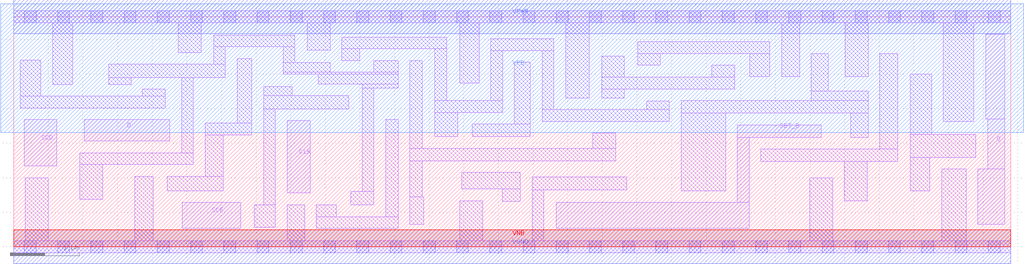
<source format=lef>
# Copyright 2020 The SkyWater PDK Authors
#
# Licensed under the Apache License, Version 2.0 (the "License");
# you may not use this file except in compliance with the License.
# You may obtain a copy of the License at
#
#     https://www.apache.org/licenses/LICENSE-2.0
#
# Unless required by applicable law or agreed to in writing, software
# distributed under the License is distributed on an "AS IS" BASIS,
# WITHOUT WARRANTIES OR CONDITIONS OF ANY KIND, either express or implied.
# See the License for the specific language governing permissions and
# limitations under the License.
#
# SPDX-License-Identifier: Apache-2.0

VERSION 5.7 ;
  NOWIREEXTENSIONATPIN ON ;
  DIVIDERCHAR "/" ;
  BUSBITCHARS "[]" ;
MACRO sky130_fd_sc_lp__sdfstp_1
  CLASS CORE ;
  FOREIGN sky130_fd_sc_lp__sdfstp_1 ;
  ORIGIN  0.000000  0.000000 ;
  SIZE  14.40000 BY  3.330000 ;
  SYMMETRY X Y R90 ;
  SITE unit ;
  PIN D
    ANTENNAGATEAREA  0.159000 ;
    DIRECTION INPUT ;
    USE SIGNAL ;
    PORT
      LAYER li1 ;
        RECT 1.015000 1.530000 2.255000 1.840000 ;
    END
  END D
  PIN Q
    ANTENNADIFFAREA  0.556500 ;
    DIRECTION OUTPUT ;
    USE SIGNAL ;
    PORT
      LAYER li1 ;
        RECT 13.925000 0.325000 14.315000 1.125000 ;
        RECT 14.035000 1.850000 14.315000 3.075000 ;
        RECT 14.065000 1.125000 14.315000 1.850000 ;
    END
  END Q
  PIN SCD
    ANTENNAGATEAREA  0.159000 ;
    DIRECTION INPUT ;
    USE SIGNAL ;
    PORT
      LAYER li1 ;
        RECT 0.155000 1.170000 0.620000 1.840000 ;
    END
  END SCD
  PIN SCE
    ANTENNAGATEAREA  0.318000 ;
    DIRECTION INPUT ;
    USE SIGNAL ;
    PORT
      LAYER li1 ;
        RECT 2.430000 0.265000 3.275000 0.640000 ;
    END
  END SCE
  PIN SET_B
    ANTENNAGATEAREA  0.252000 ;
    DIRECTION INPUT ;
    USE SIGNAL ;
    PORT
      LAYER li1 ;
        RECT  7.835000 0.265000 10.620000 0.640000 ;
        RECT 10.450000 0.640000 10.620000 1.585000 ;
        RECT 10.450000 1.585000 11.660000 1.765000 ;
    END
  END SET_B
  PIN CLK
    ANTENNAGATEAREA  0.159000 ;
    DIRECTION INPUT ;
    USE CLOCK ;
    PORT
      LAYER li1 ;
        RECT 3.950000 0.780000 4.285000 1.825000 ;
    END
  END CLK
  PIN VGND
    DIRECTION INOUT ;
    USE GROUND ;
    PORT
      LAYER met1 ;
        RECT 0.000000 -0.245000 14.400000 0.245000 ;
    END
  END VGND
  PIN VNB
    DIRECTION INOUT ;
    USE GROUND ;
    PORT
      LAYER pwell ;
        RECT 0.000000 0.000000 14.400000 0.245000 ;
    END
  END VNB
  PIN VPB
    DIRECTION INOUT ;
    USE POWER ;
    PORT
      LAYER nwell ;
        RECT -0.190000 1.655000 14.590000 3.520000 ;
    END
  END VPB
  PIN VPWR
    DIRECTION INOUT ;
    USE POWER ;
    PORT
      LAYER met1 ;
        RECT 0.000000 3.085000 14.400000 3.575000 ;
    END
  END VPWR
  OBS
    LAYER li1 ;
      RECT  0.000000 -0.085000 14.400000 0.085000 ;
      RECT  0.000000  3.245000 14.400000 3.415000 ;
      RECT  0.095000  2.010000  2.185000 2.180000 ;
      RECT  0.095000  2.180000  0.390000 2.700000 ;
      RECT  0.165000  0.085000  0.495000 1.000000 ;
      RECT  0.560000  2.350000  0.855000 3.245000 ;
      RECT  0.955000  0.685000  1.285000 1.190000 ;
      RECT  0.955000  1.190000  2.595000 1.360000 ;
      RECT  1.370000  2.350000  1.700000 2.450000 ;
      RECT  1.370000  2.450000  3.055000 2.640000 ;
      RECT  1.745000  0.085000  2.015000 1.015000 ;
      RECT  1.855000  2.180000  2.185000 2.280000 ;
      RECT  2.215000  0.810000  3.025000 1.020000 ;
      RECT  2.375000  2.810000  2.705000 3.245000 ;
      RECT  2.425000  1.360000  2.595000 2.450000 ;
      RECT  2.765000  1.020000  3.025000 1.620000 ;
      RECT  2.765000  1.620000  3.440000 1.790000 ;
      RECT  2.885000  2.640000  3.055000 2.895000 ;
      RECT  2.885000  2.895000  4.060000 3.065000 ;
      RECT  3.225000  1.790000  3.440000 2.725000 ;
      RECT  3.470000  0.280000  3.780000 0.610000 ;
      RECT  3.610000  0.610000  3.780000 1.995000 ;
      RECT  3.610000  1.995000  4.835000 2.185000 ;
      RECT  3.610000  2.185000  4.025000 2.315000 ;
      RECT  3.890000  2.495000  5.550000 2.525000 ;
      RECT  3.890000  2.525000  4.570000 2.665000 ;
      RECT  3.890000  2.665000  4.060000 2.895000 ;
      RECT  3.950000  0.085000  4.200000 0.610000 ;
      RECT  4.240000  2.845000  4.570000 3.245000 ;
      RECT  4.370000  0.265000  5.550000 0.435000 ;
      RECT  4.370000  0.435000  4.660000 0.610000 ;
      RECT  4.400000  2.355000  5.550000 2.495000 ;
      RECT  4.740000  2.695000  5.000000 2.865000 ;
      RECT  4.740000  2.865000  6.250000 3.035000 ;
      RECT  4.870000  0.605000  5.200000 0.805000 ;
      RECT  5.030000  0.805000  5.200000 2.295000 ;
      RECT  5.030000  2.295000  5.550000 2.355000 ;
      RECT  5.200000  2.525000  5.550000 2.690000 ;
      RECT  5.370000  0.435000  5.550000 1.845000 ;
      RECT  5.720000  0.325000  5.920000 0.725000 ;
      RECT  5.720000  0.725000  5.900000 1.245000 ;
      RECT  5.720000  1.245000  8.695000 1.425000 ;
      RECT  5.720000  1.425000  5.900000 2.690000 ;
      RECT  6.080000  1.595000  6.410000 1.945000 ;
      RECT  6.080000  1.945000  7.060000 2.115000 ;
      RECT  6.080000  2.115000  6.250000 2.865000 ;
      RECT  6.440000  0.085000  6.770000 0.665000 ;
      RECT  6.440000  2.370000  6.720000 3.245000 ;
      RECT  6.470000  0.835000  7.315000 1.075000 ;
      RECT  6.620000  1.595000  7.460000 1.775000 ;
      RECT  6.890000  2.115000  7.060000 2.840000 ;
      RECT  6.890000  2.840000  7.800000 3.010000 ;
      RECT  7.055000  0.660000  7.315000 0.835000 ;
      RECT  7.230000  1.775000  7.460000 2.670000 ;
      RECT  7.485000  0.085000  7.655000 0.820000 ;
      RECT  7.485000  0.820000  8.855000 1.010000 ;
      RECT  7.630000  1.815000  9.470000 1.985000 ;
      RECT  7.630000  1.985000  7.800000 2.840000 ;
      RECT  7.970000  2.155000  8.310000 3.245000 ;
      RECT  8.365000  1.425000  8.695000 1.645000 ;
      RECT  8.490000  2.155000  8.820000 2.285000 ;
      RECT  8.490000  2.285000 10.410000 2.455000 ;
      RECT  8.490000  2.455000  8.820000 2.755000 ;
      RECT  9.010000  2.625000  9.340000 2.795000 ;
      RECT  9.010000  2.795000 10.920000 2.965000 ;
      RECT  9.140000  1.985000  9.470000 2.105000 ;
      RECT  9.640000  0.810000 10.280000 1.935000 ;
      RECT  9.640000  1.935000 12.340000 2.115000 ;
      RECT 10.080000  2.455000 10.410000 2.625000 ;
      RECT 10.630000  2.465000 10.920000 2.795000 ;
      RECT 10.790000  1.235000 12.770000 1.415000 ;
      RECT 11.090000  2.465000 11.350000 3.245000 ;
      RECT 11.495000  0.085000 11.825000 0.995000 ;
      RECT 11.520000  2.115000 12.340000 2.255000 ;
      RECT 11.520000  2.255000 11.760000 2.795000 ;
      RECT 11.995000  0.665000 12.325000 1.235000 ;
      RECT 12.010000  2.465000 12.340000 3.245000 ;
      RECT 12.090000  1.585000 12.340000 1.935000 ;
      RECT 12.510000  1.415000 12.770000 2.795000 ;
      RECT 12.950000  0.810000 13.230000 1.295000 ;
      RECT 12.950000  1.295000 13.895000 1.625000 ;
      RECT 12.950000  1.625000 13.255000 2.495000 ;
      RECT 13.400000  0.085000 13.755000 1.125000 ;
      RECT 13.425000  1.815000 13.865000 3.245000 ;
    LAYER mcon ;
      RECT  0.155000 -0.085000  0.325000 0.085000 ;
      RECT  0.155000  3.245000  0.325000 3.415000 ;
      RECT  0.635000 -0.085000  0.805000 0.085000 ;
      RECT  0.635000  3.245000  0.805000 3.415000 ;
      RECT  1.115000 -0.085000  1.285000 0.085000 ;
      RECT  1.115000  3.245000  1.285000 3.415000 ;
      RECT  1.595000 -0.085000  1.765000 0.085000 ;
      RECT  1.595000  3.245000  1.765000 3.415000 ;
      RECT  2.075000 -0.085000  2.245000 0.085000 ;
      RECT  2.075000  3.245000  2.245000 3.415000 ;
      RECT  2.555000 -0.085000  2.725000 0.085000 ;
      RECT  2.555000  3.245000  2.725000 3.415000 ;
      RECT  3.035000 -0.085000  3.205000 0.085000 ;
      RECT  3.035000  3.245000  3.205000 3.415000 ;
      RECT  3.515000 -0.085000  3.685000 0.085000 ;
      RECT  3.515000  3.245000  3.685000 3.415000 ;
      RECT  3.995000 -0.085000  4.165000 0.085000 ;
      RECT  3.995000  3.245000  4.165000 3.415000 ;
      RECT  4.475000 -0.085000  4.645000 0.085000 ;
      RECT  4.475000  3.245000  4.645000 3.415000 ;
      RECT  4.955000 -0.085000  5.125000 0.085000 ;
      RECT  4.955000  3.245000  5.125000 3.415000 ;
      RECT  5.435000 -0.085000  5.605000 0.085000 ;
      RECT  5.435000  3.245000  5.605000 3.415000 ;
      RECT  5.915000 -0.085000  6.085000 0.085000 ;
      RECT  5.915000  3.245000  6.085000 3.415000 ;
      RECT  6.395000 -0.085000  6.565000 0.085000 ;
      RECT  6.395000  3.245000  6.565000 3.415000 ;
      RECT  6.875000 -0.085000  7.045000 0.085000 ;
      RECT  6.875000  3.245000  7.045000 3.415000 ;
      RECT  7.355000 -0.085000  7.525000 0.085000 ;
      RECT  7.355000  3.245000  7.525000 3.415000 ;
      RECT  7.835000 -0.085000  8.005000 0.085000 ;
      RECT  7.835000  3.245000  8.005000 3.415000 ;
      RECT  8.315000 -0.085000  8.485000 0.085000 ;
      RECT  8.315000  3.245000  8.485000 3.415000 ;
      RECT  8.795000 -0.085000  8.965000 0.085000 ;
      RECT  8.795000  3.245000  8.965000 3.415000 ;
      RECT  9.275000 -0.085000  9.445000 0.085000 ;
      RECT  9.275000  3.245000  9.445000 3.415000 ;
      RECT  9.755000 -0.085000  9.925000 0.085000 ;
      RECT  9.755000  3.245000  9.925000 3.415000 ;
      RECT 10.235000 -0.085000 10.405000 0.085000 ;
      RECT 10.235000  3.245000 10.405000 3.415000 ;
      RECT 10.715000 -0.085000 10.885000 0.085000 ;
      RECT 10.715000  3.245000 10.885000 3.415000 ;
      RECT 11.195000 -0.085000 11.365000 0.085000 ;
      RECT 11.195000  3.245000 11.365000 3.415000 ;
      RECT 11.675000 -0.085000 11.845000 0.085000 ;
      RECT 11.675000  3.245000 11.845000 3.415000 ;
      RECT 12.155000 -0.085000 12.325000 0.085000 ;
      RECT 12.155000  3.245000 12.325000 3.415000 ;
      RECT 12.635000 -0.085000 12.805000 0.085000 ;
      RECT 12.635000  3.245000 12.805000 3.415000 ;
      RECT 13.115000 -0.085000 13.285000 0.085000 ;
      RECT 13.115000  3.245000 13.285000 3.415000 ;
      RECT 13.595000 -0.085000 13.765000 0.085000 ;
      RECT 13.595000  3.245000 13.765000 3.415000 ;
      RECT 14.075000 -0.085000 14.245000 0.085000 ;
      RECT 14.075000  3.245000 14.245000 3.415000 ;
  END
END sky130_fd_sc_lp__sdfstp_1
END LIBRARY

</source>
